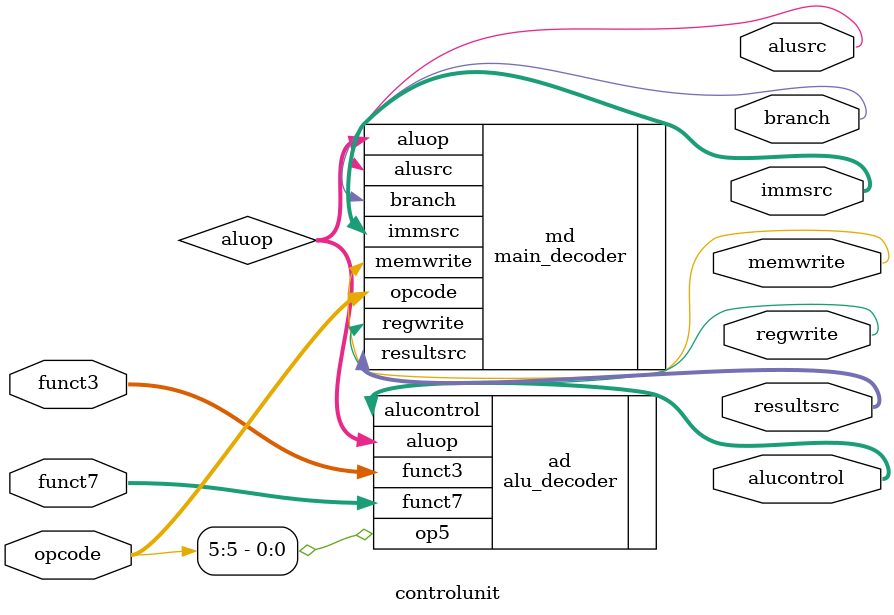
<source format=sv>
module controlunit(opcode,funct3,funct7,
                   regwrite,resultsrc,
						 memwrite,branch,
						 alucontrol,alusrc,immsrc);
						 
	input logic [6:0]opcode;
	input logic [2:0]funct3;
	input logic [6:0]funct7;
	output logic branch;
	output logic regwrite,memwrite,alusrc;
	output logic [2:0]alucontrol;
    output logic [1:0]immsrc,resultsrc;
	 logic [1:0]aluop;
     main_decoder md(.opcode(opcode),.resultsrc(resultsrc),.immsrc(immsrc),
             .memwrite(memwrite),
				 .regwrite(regwrite),.alusrc(alusrc),.aluop(aluop),
				 .branch(branch)); 
				 
	  alu_decoder ad(.funct3(funct3),.funct7(funct7),
                 .op5(opcode[5]),.aluop(aluop),
					  .alucontrol(alucontrol));
					  
	endmodule
				 	
                    
</source>
